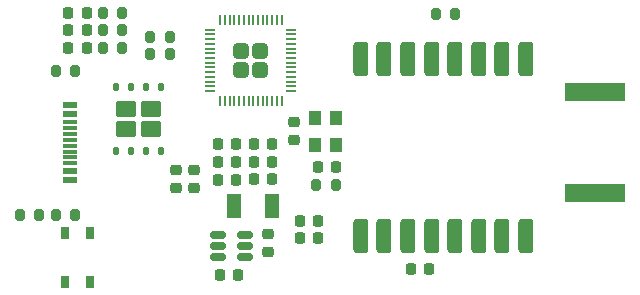
<source format=gtp>
G04 #@! TF.GenerationSoftware,KiCad,Pcbnew,8.0.5-dirty*
G04 #@! TF.CreationDate,2024-10-08T17:02:33+11:00*
G04 #@! TF.ProjectId,kestral,6b657374-7261-46c2-9e6b-696361645f70,rev?*
G04 #@! TF.SameCoordinates,Original*
G04 #@! TF.FileFunction,Paste,Top*
G04 #@! TF.FilePolarity,Positive*
%FSLAX46Y46*%
G04 Gerber Fmt 4.6, Leading zero omitted, Abs format (unit mm)*
G04 Created by KiCad (PCBNEW 8.0.5-dirty) date 2024-10-08 17:02:33*
%MOMM*%
%LPD*%
G01*
G04 APERTURE LIST*
G04 Aperture macros list*
%AMRoundRect*
0 Rectangle with rounded corners*
0 $1 Rounding radius*
0 $2 $3 $4 $5 $6 $7 $8 $9 X,Y pos of 4 corners*
0 Add a 4 corners polygon primitive as box body*
4,1,4,$2,$3,$4,$5,$6,$7,$8,$9,$2,$3,0*
0 Add four circle primitives for the rounded corners*
1,1,$1+$1,$2,$3*
1,1,$1+$1,$4,$5*
1,1,$1+$1,$6,$7*
1,1,$1+$1,$8,$9*
0 Add four rect primitives between the rounded corners*
20,1,$1+$1,$2,$3,$4,$5,0*
20,1,$1+$1,$4,$5,$6,$7,0*
20,1,$1+$1,$6,$7,$8,$9,0*
20,1,$1+$1,$8,$9,$2,$3,0*%
G04 Aperture macros list end*
%ADD10RoundRect,0.225000X0.225000X0.250000X-0.225000X0.250000X-0.225000X-0.250000X0.225000X-0.250000X0*%
%ADD11RoundRect,0.250000X0.615000X-0.435000X0.615000X0.435000X-0.615000X0.435000X-0.615000X-0.435000X0*%
%ADD12RoundRect,0.125000X0.125000X-0.250000X0.125000X0.250000X-0.125000X0.250000X-0.125000X-0.250000X0*%
%ADD13RoundRect,0.317500X-0.317500X1.157500X-0.317500X-1.157500X0.317500X-1.157500X0.317500X1.157500X0*%
%ADD14RoundRect,0.225000X-0.250000X0.225000X-0.250000X-0.225000X0.250000X-0.225000X0.250000X0.225000X0*%
%ADD15R,1.240000X0.600000*%
%ADD16R,1.240000X0.300000*%
%ADD17RoundRect,0.225000X0.250000X-0.225000X0.250000X0.225000X-0.250000X0.225000X-0.250000X-0.225000X0*%
%ADD18RoundRect,0.249999X0.395001X-0.395001X0.395001X0.395001X-0.395001X0.395001X-0.395001X-0.395001X0*%
%ADD19RoundRect,0.050000X0.050000X-0.387500X0.050000X0.387500X-0.050000X0.387500X-0.050000X-0.387500X0*%
%ADD20RoundRect,0.050000X0.387500X-0.050000X0.387500X0.050000X-0.387500X0.050000X-0.387500X-0.050000X0*%
%ADD21RoundRect,0.200000X0.200000X0.275000X-0.200000X0.275000X-0.200000X-0.275000X0.200000X-0.275000X0*%
%ADD22RoundRect,0.225000X-0.225000X-0.250000X0.225000X-0.250000X0.225000X0.250000X-0.225000X0.250000X0*%
%ADD23RoundRect,0.218750X-0.218750X-0.256250X0.218750X-0.256250X0.218750X0.256250X-0.218750X0.256250X0*%
%ADD24RoundRect,0.150000X-0.512500X-0.150000X0.512500X-0.150000X0.512500X0.150000X-0.512500X0.150000X0*%
%ADD25R,1.100000X1.300000*%
%ADD26RoundRect,0.200000X-0.200000X-0.275000X0.200000X-0.275000X0.200000X0.275000X-0.200000X0.275000X0*%
%ADD27R,0.650000X1.050000*%
%ADD28R,1.200000X2.000000*%
%ADD29R,5.080000X1.500000*%
G04 APERTURE END LIST*
D10*
X130005000Y-114550000D03*
X128455000Y-114550000D03*
D11*
X112230000Y-111370000D03*
X114380000Y-111370000D03*
X112230000Y-109670000D03*
X114380000Y-109670000D03*
D12*
X111400000Y-113220000D03*
X112670000Y-113220000D03*
X113940000Y-113220000D03*
X115210000Y-113220000D03*
X115210000Y-107820000D03*
X113940000Y-107820000D03*
X112670000Y-107820000D03*
X111400000Y-107820000D03*
D10*
X124600000Y-114115000D03*
X123050000Y-114115000D03*
D13*
X146100000Y-105375000D03*
X144100000Y-105375000D03*
X142100000Y-105375000D03*
X140100000Y-105375000D03*
X138100000Y-105375000D03*
X136100000Y-105375000D03*
X134100000Y-105375000D03*
X132100000Y-105375000D03*
X132100000Y-120425000D03*
X134100000Y-120425000D03*
X136100000Y-120425000D03*
X138100000Y-120425000D03*
X140100000Y-120425000D03*
X142100000Y-120425000D03*
X144100000Y-120425000D03*
X146100000Y-120425000D03*
D14*
X116500000Y-114800000D03*
X116500000Y-116350000D03*
D15*
X107525000Y-109300000D03*
X107525000Y-110100000D03*
D16*
X107525000Y-111250000D03*
X107525000Y-112250000D03*
X107525000Y-112750000D03*
X107525000Y-113750000D03*
D15*
X107525000Y-114900000D03*
X107525000Y-115700000D03*
X107525000Y-115700000D03*
X107525000Y-114900000D03*
D16*
X107525000Y-114250000D03*
X107525000Y-113250000D03*
X107525000Y-111750000D03*
X107525000Y-110750000D03*
D15*
X107525000Y-110100000D03*
X107525000Y-109300000D03*
D17*
X124262500Y-121750000D03*
X124262500Y-120200000D03*
D18*
X122000000Y-106332500D03*
X123600000Y-106332500D03*
X122000000Y-104732500D03*
X123600000Y-104732500D03*
D19*
X120200000Y-108970000D03*
X120600000Y-108970000D03*
X121000000Y-108970000D03*
X121400000Y-108970000D03*
X121800000Y-108970000D03*
X122200000Y-108970000D03*
X122600000Y-108970000D03*
X123000000Y-108970000D03*
X123400000Y-108970000D03*
X123800000Y-108970000D03*
X124200000Y-108970000D03*
X124600000Y-108970000D03*
X125000000Y-108970000D03*
X125400000Y-108970000D03*
D20*
X126237500Y-108132500D03*
X126237500Y-107732500D03*
X126237500Y-107332500D03*
X126237500Y-106932500D03*
X126237500Y-106532500D03*
X126237500Y-106132500D03*
X126237500Y-105732500D03*
X126237500Y-105332500D03*
X126237500Y-104932500D03*
X126237500Y-104532500D03*
X126237500Y-104132500D03*
X126237500Y-103732500D03*
X126237500Y-103332500D03*
X126237500Y-102932500D03*
D19*
X125400000Y-102095000D03*
X125000000Y-102095000D03*
X124600000Y-102095000D03*
X124200000Y-102095000D03*
X123800000Y-102095000D03*
X123400000Y-102095000D03*
X123000000Y-102095000D03*
X122600000Y-102095000D03*
X122200000Y-102095000D03*
X121800000Y-102095000D03*
X121400000Y-102095000D03*
X121000000Y-102095000D03*
X120600000Y-102095000D03*
X120200000Y-102095000D03*
D20*
X119362500Y-102932500D03*
X119362500Y-103332500D03*
X119362500Y-103732500D03*
X119362500Y-104132500D03*
X119362500Y-104532500D03*
X119362500Y-104932500D03*
X119362500Y-105332500D03*
X119362500Y-105732500D03*
X119362500Y-106132500D03*
X119362500Y-106532500D03*
X119362500Y-106932500D03*
X119362500Y-107332500D03*
X119362500Y-107732500D03*
X119362500Y-108132500D03*
D21*
X111925000Y-101500000D03*
X110275000Y-101500000D03*
D22*
X126925000Y-120600000D03*
X128475000Y-120600000D03*
D10*
X121550000Y-112630000D03*
X120000000Y-112630000D03*
D23*
X107325000Y-101500000D03*
X108900000Y-101500000D03*
D24*
X119987500Y-120275000D03*
X119987500Y-121225000D03*
X119987500Y-122175000D03*
X122262500Y-122175000D03*
X122262500Y-121225000D03*
X122262500Y-120275000D03*
D14*
X118010000Y-114800000D03*
X118010000Y-116350000D03*
D10*
X124600000Y-115615000D03*
X123050000Y-115615000D03*
X137875000Y-123200000D03*
X136325000Y-123200000D03*
D25*
X128200000Y-110400000D03*
X128200000Y-112700000D03*
X130000000Y-112700000D03*
X130000000Y-110400000D03*
D26*
X106275000Y-118600000D03*
X107925000Y-118600000D03*
D10*
X124600000Y-112615000D03*
X123050000Y-112615000D03*
D21*
X111925000Y-104500000D03*
X110275000Y-104500000D03*
D26*
X128350000Y-116100000D03*
X130000000Y-116100000D03*
D22*
X120187500Y-123725000D03*
X121737500Y-123725000D03*
D26*
X114275000Y-103532500D03*
X115925000Y-103532500D03*
D27*
X107025000Y-124275000D03*
X107025000Y-120125000D03*
X109175000Y-124275000D03*
X109175000Y-120125000D03*
D26*
X138450000Y-101600000D03*
X140100000Y-101600000D03*
X106275000Y-106420000D03*
X107925000Y-106420000D03*
D14*
X126455000Y-110750000D03*
X126455000Y-112300000D03*
D28*
X124562500Y-117875000D03*
X121362500Y-117875000D03*
D10*
X121550000Y-115630000D03*
X120000000Y-115630000D03*
D26*
X114275000Y-105032500D03*
X115925000Y-105032500D03*
D21*
X111925000Y-103000000D03*
X110275000Y-103000000D03*
D22*
X126925000Y-119100000D03*
X128475000Y-119100000D03*
D23*
X107325000Y-104500000D03*
X108900000Y-104500000D03*
D10*
X121550000Y-114120000D03*
X120000000Y-114120000D03*
D23*
X107325000Y-103000000D03*
X108900000Y-103000000D03*
D26*
X103250000Y-118600000D03*
X104900000Y-118600000D03*
D29*
X151937500Y-108250000D03*
X151937500Y-116750000D03*
M02*

</source>
